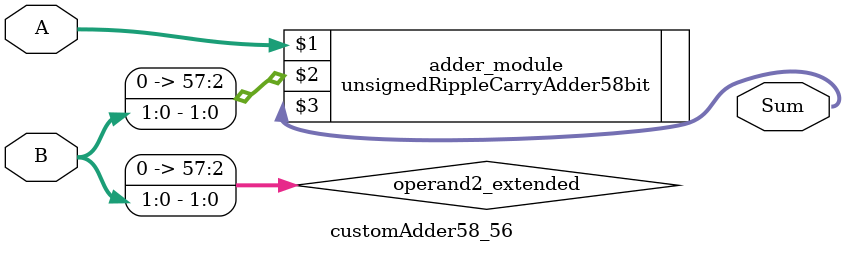
<source format=v>
module customAdder58_56(
                        input [57 : 0] A,
                        input [1 : 0] B,
                        
                        output [58 : 0] Sum
                );

        wire [57 : 0] operand2_extended;
        
        assign operand2_extended =  {56'b0, B};
        
        unsignedRippleCarryAdder58bit adder_module(
            A,
            operand2_extended,
            Sum
        );
        
        endmodule
        
</source>
